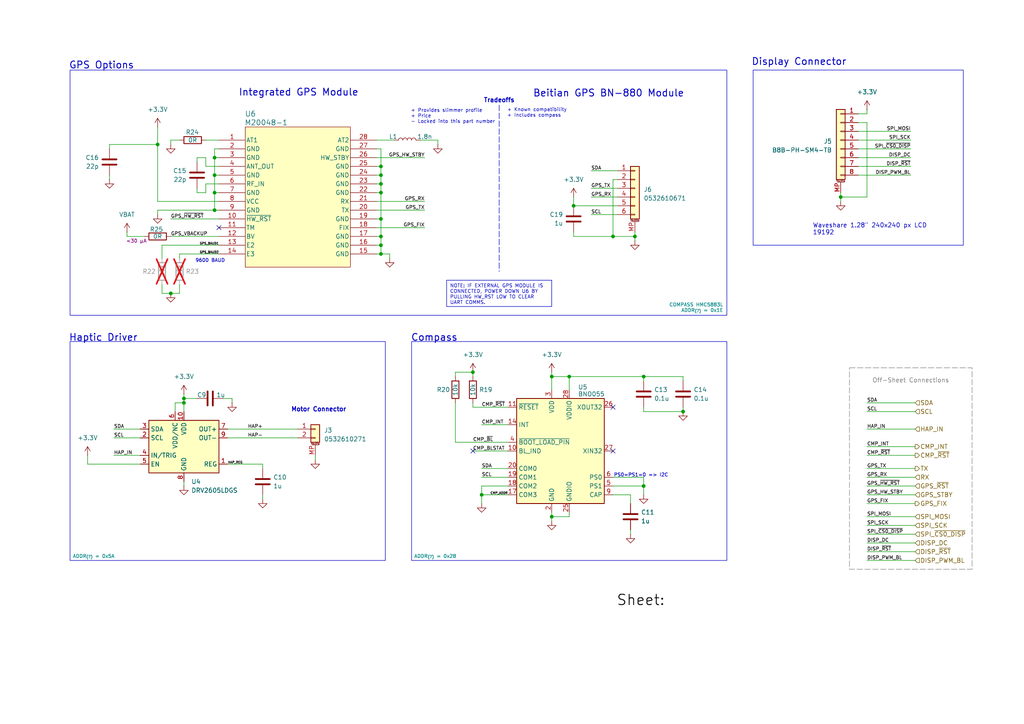
<source format=kicad_sch>
(kicad_sch (version 20250114) (generator "eeschema") (generator_version "9.0")
  (paper "A4")
  (title_block (title "${TITLE}") (date "2025-03-23") (rev "${REVISION}") (company "J. MENDEL"))
  (lib_symbols
    (symbol "2025-03-22_21-29-02:M20048-1" (pin_names (offset 0.254))
      (property "Reference" "U" (at 8.128 -38.862 0))
      (property "Value" "M20048-1" (at 13.462 -41.148 0))
      (symbol "M20048-1_0_1"
        (pin bidirectional line (at 0 0 0) (length 7.62) (name "AT1") (number "1"))
        (pin passive line (at 0 -2.54 0) (length 7.62) (name "GND") (number "2"))
        (pin passive line (at 0 -5.08 0) (length 7.62) (name "GND") (number "3"))
        (pin output line (at 0 -7.62 0) (length 7.62) (name "ANT_OUT") (number "4"))
        (pin passive line (at 0 -10.16 0) (length 7.62) (name "GND") (number "5"))
        (pin input line (at 0 -12.7 0) (length 7.62) (name "RF_IN") (number "6"))
        (pin passive line (at 0 -15.24 0) (length 7.62) (name "GND") (number "7"))
        (pin power_in line (at 0 -17.78 0) (length 7.62) (name "VCC") (number "8"))
        (pin passive line (at 0 -20.32 0) (length 7.62) (name "GND") (number "9"))
        (pin output line (at 0 -25.4 0) (length 7.62) (name "TM") (number "11"))
        (pin bidirectional line (at 0 -30.48 0) (length 7.62) (name "E2") (number "13"))
        (pin bidirectional line (at 0 -33.02 0) (length 7.62) (name "E3") (number "14"))
        (pin bidirectional line (at 45.72 0 180) (length 7.62) (name "AT2") (number "28"))
        (pin passive line (at 45.72 -2.54 180) (length 7.62) (name "GND") (number "27"))
        (pin passive line (at 45.72 -7.62 180) (length 7.62) (name "GND") (number "25"))
        (pin passive line (at 45.72 -10.16 180) (length 7.62) (name "GND") (number "24"))
        (pin passive line (at 45.72 -12.7 180) (length 7.62) (name "GND") (number "23"))
        (pin passive line (at 45.72 -15.24 180) (length 7.62) (name "GND") (number "22"))
        (pin input line (at 45.72 -17.78 180) (length 7.62) (name "RX") (number "21"))
        (pin output line (at 45.72 -20.32 180) (length 7.62) (name "TX") (number "20"))
        (pin passive line (at 45.72 -22.86 180) (length 7.62) (name "GND") (number "19"))
        (pin passive line (at 45.72 -27.94 180) (length 7.62) (name "GND") (number "17"))
        (pin passive line (at 45.72 -30.48 180) (length 7.62) (name "GND") (number "16"))
        (pin passive line (at 45.72 -33.02 180) (length 7.62) (name "GND") (number "15"))
      )
      (symbol "M20048-1_1_1"
        (rectangle (start 7.62 3.81) (end 38.1 -36.83) (fill (type color) (color 255 255 194 1)))
        (pin input line (at 0 -22.86 0) (length 7.62) (name "~{HW_RST}") (number "10"))
        (pin passive line (at 0 -27.94 0) (length 7.62) (name "BV") (number "12"))
        (pin input line (at 45.72 -5.08 180) (length 7.62) (name "HW_STBY") (number "26"))
        (pin output line (at 45.72 -25.4 180) (length 7.62) (name "FIX") (number "18"))
      )
    )
    (symbol "Connector_Generic_MountingPin:Conn_01x02_MountingPin" (pin_names (offset 1.016) (hide yes))
      (property "Reference" "J" (at 0 2.54 0))
      (property "Value" "Conn_01x02_MountingPin" (at 1.27 -5.08 0))
      (symbol "Conn_01x02_MountingPin_1_1"
        (rectangle (start -1.27 1.27) (end 1.27 -3.81) (stroke (width 0.254)) (fill (type background)))
        (rectangle (start -1.27 0.127) (end 0 -0.127) (stroke (width 0.1524)))
        (rectangle (start -1.27 -2.413) (end 0 -2.667) (stroke (width 0.1524)))
        (polyline (pts (xy -1.016 -4.572) (xy 1.016 -4.572)) (stroke (width 0.1524)))
        (text "Mounting" (at 0 -4.191 0) (effects (font (size 0.381 0.381))))
        (pin passive line (at -5.08 0 0) (length 3.81) (name "Pin_1") (number "1"))
        (pin passive line (at -5.08 -2.54 0) (length 3.81) (name "Pin_2") (number "2"))
        (pin passive line (at 0 -7.62 90) (length 3.048) (name "MountPin") (number "MP"))
      )
    )
    (symbol "Connector_Generic_MountingPin:Conn_01x06_MountingPin" (pin_names (offset 1.016) (hide yes))
      (property "Reference" "J" (at 0 7.62 0))
      (property "Value" "Conn_01x06_MountingPin" (at 1.27 -10.16 0))
      (symbol "Conn_01x06_MountingPin_1_1"
        (rectangle (start -1.27 6.35) (end 1.27 -8.89) (stroke (width 0.254)) (fill (type background)))
        (rectangle (start -1.27 5.207) (end 0 4.953) (stroke (width 0.1524)))
        (rectangle (start -1.27 2.667) (end 0 2.413) (stroke (width 0.1524)))
        (rectangle (start -1.27 0.127) (end 0 -0.127) (stroke (width 0.1524)))
        (rectangle (start -1.27 -2.413) (end 0 -2.667) (stroke (width 0.1524)))
        (rectangle (start -1.27 -4.953) (end 0 -5.207) (stroke (width 0.1524)))
        (rectangle (start -1.27 -7.493) (end 0 -7.747) (stroke (width 0.1524)))
        (polyline (pts (xy -1.016 -9.652) (xy 1.016 -9.652)) (stroke (width 0.1524)))
        (text "Mounting" (at 0 -9.271 0) (effects (font (size 0.381 0.381))))
        (pin passive line (at -5.08 5.08 0) (length 3.81) (name "Pin_1") (number "1"))
        (pin passive line (at -5.08 2.54 0) (length 3.81) (name "Pin_2") (number "2"))
        (pin passive line (at -5.08 0 0) (length 3.81) (name "Pin_3") (number "3"))
        (pin passive line (at -5.08 -2.54 0) (length 3.81) (name "Pin_4") (number "4"))
        (pin passive line (at -5.08 -5.08 0) (length 3.81) (name "Pin_5") (number "5"))
        (pin passive line (at -5.08 -7.62 0) (length 3.81) (name "Pin_6") (number "6"))
        (pin passive line (at 0 -12.7 90) (length 3.048) (name "MountPin") (number "MP"))
      )
    )
    (symbol "Connector_Generic_MountingPin:Conn_01x08_MountingPin" (pin_names (offset 1.016) (hide yes))
      (property "Reference" "J" (at 0 10.16 0))
      (property "Value" "Conn_01x08_MountingPin" (at 1.27 -12.7 0))
      (symbol "Conn_01x08_MountingPin_1_1"
        (rectangle (start -1.27 8.89) (end 1.27 -11.43) (stroke (width 0.254)) (fill (type background)))
        (rectangle (start -1.27 7.747) (end 0 7.493) (stroke (width 0.1524)))
        (rectangle (start -1.27 5.207) (end 0 4.953) (stroke (width 0.1524)))
        (rectangle (start -1.27 2.667) (end 0 2.413) (stroke (width 0.1524)))
        (rectangle (start -1.27 0.127) (end 0 -0.127) (stroke (width 0.1524)))
        (rectangle (start -1.27 -2.413) (end 0 -2.667) (stroke (width 0.1524)))
        (rectangle (start -1.27 -4.953) (end 0 -5.207) (stroke (width 0.1524)))
        (rectangle (start -1.27 -7.493) (end 0 -7.747) (stroke (width 0.1524)))
        (rectangle (start -1.27 -10.033) (end 0 -10.287) (stroke (width 0.1524)))
        (polyline (pts (xy -1.016 -12.192) (xy 1.016 -12.192)) (stroke (width 0.1524)))
        (text "Mounting" (at 0 -11.811 0) (effects (font (size 0.381 0.381))))
        (pin passive line (at -5.08 7.62 0) (length 3.81) (name "Pin_1") (number "1"))
        (pin passive line (at -5.08 5.08 0) (length 3.81) (name "Pin_2") (number "2"))
        (pin passive line (at -5.08 2.54 0) (length 3.81) (name "Pin_3") (number "3"))
        (pin passive line (at -5.08 0 0) (length 3.81) (name "Pin_4") (number "4"))
        (pin passive line (at -5.08 -2.54 0) (length 3.81) (name "Pin_5") (number "5"))
        (pin passive line (at -5.08 -5.08 0) (length 3.81) (name "Pin_6") (number "6"))
        (pin passive line (at -5.08 -7.62 0) (length 3.81) (name "Pin_7") (number "7"))
        (pin passive line (at -5.08 -10.16 0) (length 3.81) (name "Pin_8") (number "8"))
        (pin passive line (at 0 -15.24 90) (length 3.048) (name "MountPin") (number "MP"))
      )
    )
    (symbol "Device:C" (pin_numbers (hide yes)) (pin_names (offset 0.254))
      (property "Reference" "C" (at 0.635 2.54 0))
      (property "Value" "C" (at 0.635 -2.54 0))
      (symbol "C_0_1"
        (polyline (pts (xy -2.032 0.762) (xy 2.032 0.762)) (stroke (width 0.508)))
        (polyline (pts (xy -2.032 -0.762) (xy 2.032 -0.762)) (stroke (width 0.508)))
      )
      (symbol "C_1_1"
        (pin passive line (at 0 3.81 270) (length 2.794) (name "~") (number "1"))
        (pin passive line (at 0 -3.81 90) (length 2.794) (name "~") (number "2"))
      )
    )
    (symbol "Device:L" (pin_numbers (hide yes)) (pin_names (offset 1.016) (hide yes))
      (property "Reference" "L" (at -1.27 0 90))
      (property "Value" "L" (at 1.905 0 90))
      (symbol "L_0_1"
        (arc (start 0 2.54) (mid 0.6323 1.905) (end 0 1.27))
        (arc (start 0 1.27) (mid 0.6323 0.635) (end 0 0))
        (arc (start 0 0) (mid 0.6323 -0.635) (end 0 -1.27))
        (arc (start 0 -1.27) (mid 0.6323 -1.905) (end 0 -2.54))
      )
      (symbol "L_1_1"
        (pin passive line (at 0 3.81 270) (length 1.27) (name "1") (number "1"))
        (pin passive line (at 0 -3.81 90) (length 1.27) (name "2") (number "2"))
      )
    )
    (symbol "Device:R" (pin_numbers (hide yes)) (pin_names (offset 0))
      (property "Reference" "R" (at 2.032 0 90))
      (property "Value" "R" (at 0 0 90))
      (symbol "R_0_1"
        (rectangle (start -1.016 -2.54) (end 1.016 2.54) (stroke (width 0.254)))
      )
      (symbol "R_1_1"
        (pin passive line (at 0 3.81 270) (length 1.27) (name "~") (number "1"))
        (pin passive line (at 0 -3.81 90) (length 1.27) (name "~") (number "2"))
      )
    )
    (symbol "Driver_Haptic:DRV2605LDGS"
      (property "Reference" "U" (at -10.16 8.255 0))
      (property "Value" "DRV2605LDGS" (at 2.54 -8.89 0))
      (symbol "DRV2605LDGS_0_1"
        (rectangle (start -10.16 7.62) (end 10.16 -7.62) (stroke (width 0.254)) (fill (type background)))
      )
      (symbol "DRV2605LDGS_1_1"
        (pin bidirectional line (at -12.7 5.08 0) (length 2.54) (name "SDA") (number "3"))
        (pin input line (at -12.7 2.54 0) (length 2.54) (name "SCL") (number "2"))
        (pin input line (at -12.7 -2.54 0) (length 2.54) (name "IN/TRIG") (number "4"))
        (pin input line (at -12.7 -5.08 0) (length 2.54) (name "EN") (number "5"))
        (pin power_in line (at -2.54 10.16 270) (length 2.54) (name "VDD/NC") (number "6"))
        (pin power_in line (at 0 10.16 270) (length 2.54) (name "VDD") (number "10"))
        (pin power_in line (at 0 -10.16 90) (length 2.54) (name "GND") (number "8"))
        (pin output line (at 12.7 5.08 180) (length 2.54) (name "OUT+") (number "7"))
        (pin output line (at 12.7 2.54 180) (length 2.54) (name "OUT-") (number "9"))
        (pin passive line (at 12.7 -5.08 180) (length 2.54) (name "REG") (number "1"))
      )
    )
    (symbol "Sensor_Motion:BNO055"
      (property "Reference" "U" (at -11.43 16.51 0))
      (property "Value" "BNO055" (at 12.7 16.51 0))
      (symbol "BNO055_0_1"
        (rectangle (start -12.7 15.24) (end 12.7 -15.24) (stroke (width 0.254)) (fill (type background)))
      )
      (symbol "BNO055_1_1"
        (pin input line (at -15.24 12.7 0) (length 2.54) (name "~{RESET}") (number "11"))
        (pin output line (at -15.24 7.62 0) (length 2.54) (name "INT") (number "14"))
        (pin input line (at -15.24 2.54 0) (length 2.54) (name "~{BOOT_LOAD_PIN}") (number "4"))
        (pin output line (at -15.24 0 0) (length 2.54) (name "BL_IND") (number "10"))
        (pin bidirectional line (at -15.24 -5.08 0) (length 2.54) (name "COM0") (number "20"))
        (pin bidirectional line (at -15.24 -7.62 0) (length 2.54) (name "COM1") (number "19"))
        (pin passive line (at -15.24 -10.16 0) (length 2.54) (name "COM2") (number "18"))
        (pin input line (at -15.24 -12.7 0) (length 2.54) (name "COM3") (number "17"))
        (pin no_connect line (at -12.7 10.16 0) (length 2.54) (hide yes) (name "PIN1") (number "1"))
        (pin no_connect line (at -12.7 5.08 0) (length 2.54) (hide yes) (name "PIN7") (number "7"))
        (pin no_connect line (at -12.7 -2.54 0) (length 2.54) (hide yes) (name "PIN8") (number "8"))
        (pin power_in line (at -2.54 17.78 270) (length 2.54) (name "VDD") (number "3"))
        (pin power_in line (at -2.54 -17.78 90) (length 2.54) (name "GND") (number "2"))
        (pin power_in line (at 2.54 17.78 270) (length 2.54) (name "VDDIO") (number "28"))
        (pin power_in line (at 2.54 -17.78 90) (length 2.54) (name "GNDIO") (number "25"))
        (pin no_connect line (at 5.08 -15.24 90) (length 2.54) (hide yes) (name "PIN15") (number "15"))
        (pin no_connect line (at 7.62 -15.24 90) (length 2.54) (hide yes) (name "PIN16") (number "16"))
        (pin no_connect line (at 12.7 10.16 180) (length 2.54) (hide yes) (name "PIN12") (number "12"))
        (pin no_connect line (at 12.7 7.62 180) (length 2.54) (hide yes) (name "PIN13") (number "13"))
        (pin no_connect line (at 12.7 5.08 180) (length 2.54) (hide yes) (name "PIN21") (number "21"))
        (pin no_connect line (at 12.7 2.54 180) (length 2.54) (hide yes) (name "PIN22") (number "22"))
        (pin no_connect line (at 12.7 -2.54 180) (length 2.54) (hide yes) (name "PIN23") (number "23"))
        (pin no_connect line (at 12.7 -5.08 180) (length 2.54) (hide yes) (name "PIN24") (number "24"))
        (pin output line (at 15.24 12.7 180) (length 2.54) (name "XOUT32") (number "26"))
        (pin input line (at 15.24 0 180) (length 2.54) (name "XIN32") (number "27"))
        (pin input line (at 15.24 -7.62 180) (length 2.54) (name "PS0") (number "6"))
        (pin input line (at 15.24 -10.16 180) (length 2.54) (name "PS1") (number "5"))
        (pin passive line (at 15.24 -12.7 180) (length 2.54) (name "CAP") (number "9"))
      )
    )
    (symbol "power:+3.3V" (power) (pin_numbers (hide yes)) (pin_names (offset 0) (hide yes))
      (property "Value" "+3.3V" (at 0 3.556 0))
      (symbol "+3.3V_0_1"
        (polyline (pts (xy -0.762 1.27) (xy 0 2.54)))
        (polyline (pts (xy 0 2.54) (xy 0.762 1.27)))
        (polyline (pts (xy 0 0) (xy 0 2.54)))
      )
      (symbol "+3.3V_1_1"
        (pin power_in line (at 0 0 90) (length 0) (name "~") (number "1"))
      )
    )
    (symbol "power:GND" (power) (pin_numbers (hide yes)) (pin_names (offset 0) (hide yes))
      (property "Value" "GND" (at 0 -3.81 0))
      (symbol "GND_0_1"
        (polyline (pts (xy 0 0) (xy 0 -1.27) (xy 1.27 -1.27) (xy 0 -2.54) (xy -1.27 -1.27) (xy 0 -1.27)))
      )
      (symbol "GND_1_1"
        (pin power_in line (at 0 0 270) (length 0) (name "~") (number "1"))
      )
    )
    (symbol "power:VBUS" (power) (pin_numbers (hide yes)) (pin_names (offset 0) (hide yes))
      (property "Value" "VBUS" (at 0 3.556 0))
      (symbol "VBUS_0_1"
        (polyline (pts (xy -0.762 1.27) (xy 0 2.54)))
        (polyline (pts (xy 0 2.54) (xy 0.762 1.27)))
        (polyline (pts (xy 0 0) (xy 0 2.54)))
      )
      (symbol "VBUS_1_1"
        (pin power_in line (at 0 0 90) (length 0) (name "~") (number "1"))
      )
    )
  )
  (rectangle (start 20.32 20.32) (end 210.82 91.44))
  (rectangle (start 119.38 99.06) (end 210.82 162.56))
  (rectangle (start 218.44 20.32) (end 279.4 71.12))
  (rectangle (start 20.32 99.06) (end 111.76 162.56))
  (rectangle (start 246.38 106.68) (end 281.94 165.1) (stroke (width 0) (type dash) (color 132 132 132 1)))
  (text "ADDR_{(7)} = 0x5A" (at 27.178 161.544 0) (effects (font (size 1 1) (thickness 0.1588))))
  (text "+ Known compatibility\n+ Includes compass" (at 147.066 32.766 0) (effects (font (size 1 1) (thickness 0.125)) (justify left)))
  (text "9600 BAUD" (at 60.96 75.692 0) (effects (font (size 1 1))))
  (text "ADDR_{(7)} = 0x28" (at 126.238 161.544 0) (effects (font (size 1 1) (thickness 0.1588))))
  (text "Off-Sheet Connections" (at 264.16 110.49 0) (effects (font (size 1.27 1.27) (thickness 0.1588))))
  (text "Waveshare 1.28\" 240x240 px LCD\n19192" (at 235.712 66.548 0) (effects (font (size 1.27 1.27)) (justify left)))
  (text "Motor Connector" (at 92.456 118.872 0) (effects (font (size 1.27 1.27) (thickness 0.254) (bold yes))))
  (text "Compass" (at 125.984 98.044 0) (effects (font (size 2 2) (thickness 0.254) (bold yes))))
  (text "Beitian GPS BN-880 Module" (at 176.53 27.178 0) (effects (font (size 2 2) (thickness 0.254) (bold yes))))
  (text "COMPASS HMC5883L\nADDR_{(7)} = 0x1E" (at 209.804 89.408 0) (effects (font (size 1 1) (thickness 0.1588)) (justify right)))
  (text "GPS Options" (at 29.464 19.05 0) (effects (font (size 2 2) (thickness 0.254) (bold yes))))
  (text "<30 μA" (at 36.576 70.104 0) (effects (font (size 1 1)) (justify left)))
  (text "PS0=PS1=0 => I2C" (at 185.928 137.922 0) (effects (font (size 1 1) (thickness 0.1588))))
  (text "Haptic Driver" (at 29.972 98.044 0) (effects (font (size 2 2) (thickness 0.254) (bold yes))))
  (text "Integrated GPS Module" (at 86.614 26.924 0) (effects (font (size 2 2) (thickness 0.254) (bold yes))))
  (text "Display Connector" (at 217.932 18.034 0) (effects (font (size 2 2) (thickness 0.254) (bold yes)) (justify left)))
  (text "Tradeoffs" (at 144.78 29.21 0) (effects (font (size 1.27 1.27) (thickness 0.254) (bold yes))))
  (text "+ Provides slimmer profile\n+ Price\n- Locked into this part number" (at 119.126 33.782 0) (effects (font (size 1 1) (thickness 0.125)) (justify left)))
  (text_box "NOTE: IF EXTERNAL GPS MODULE IS CONNECTED, POWER DOWN U6 BY PULLING HW_RST LOW TO CLEAR UART COMMS." (at 129.54 81.28 0) (size 30.48 7.62) (margins 0.9525 0.9525 0.9525 0.9525) (effects (font (size 1 1) (thickness 0.125)) (justify left top)))
  (text_box "Sheet: ${SHEETNAME}" (at 177.8 167.64 0) (size 106.68 12.7) (margins 0.9525 0.9525 0.9525 0.9525) (stroke (width -0.0001)) (effects (font (size 3 3) (thickness 0.254) (bold yes)) (justify left)))
  (junction (at 137.16 107.95))
  (junction (at 53.34 115.57))
  (junction (at 139.7 143.51))
  (junction (at 110.49 50.8))
  (junction (at 110.49 53.34))
  (junction (at 160.02 109.22))
  (junction (at 53.34 116.84))
  (junction (at 198.12 119.38))
  (junction (at 110.49 68.58))
  (junction (at 186.69 140.97))
  (junction (at 62.23 60.96))
  (junction (at 110.49 71.12))
  (junction (at 110.49 48.26))
  (junction (at 62.23 45.72))
  (junction (at 166.37 59.69))
  (junction (at 62.23 50.8))
  (junction (at 165.1 109.22))
  (junction (at 177.8 68.58))
  (junction (at 62.23 55.88))
  (junction (at 160.02 149.86))
  (junction (at 49.53 85.09))
  (junction (at 110.49 55.88))
  (junction (at 45.72 41.91))
  (junction (at 110.49 73.66))
  (junction (at 186.69 109.22))
  (junction (at 184.15 68.58))
  (junction (at 243.84 57.15))
  (junction (at 110.49 63.5))
  (no_connect (at 137.16 130.81))
  (no_connect (at 63.5 66.04))
  (no_connect (at 177.8 130.81))
  (no_connect (at 177.8 118.11))
  (wire (pts (xy 66.04 124.46) (xy 86.36 124.46)))
  (wire (pts (xy 63.5 48.26) (xy 59.69 48.26)))
  (wire (pts (xy 248.92 50.8) (xy 264.16 50.8)))
  (wire (pts (xy 59.69 40.64) (xy 63.5 40.64)))
  (wire (pts (xy 248.92 40.64) (xy 264.16 40.64)))
  (wire (pts (xy 248.92 38.1) (xy 264.16 38.1)))
  (wire (pts (xy 265.43 160.02) (xy 251.46 160.02)))
  (wire (pts (xy 109.22 43.18) (xy 110.49 43.18)))
  (wire (pts (xy 66.04 127) (xy 86.36 127)))
  (wire (pts (xy 123.19 58.42) (xy 109.22 58.42)))
  (wire (pts (xy 177.8 138.43) (xy 186.69 138.43)))
  (wire (pts (xy 251.46 143.51) (xy 265.43 143.51)))
  (wire (pts (xy 177.8 140.97) (xy 186.69 140.97)))
  (wire (pts (xy 110.49 50.8) (xy 110.49 53.34)))
  (wire (pts (xy 251.46 135.89) (xy 265.43 135.89)))
  (wire (pts (xy 25.4 134.62) (xy 40.64 134.62)))
  (wire (pts (xy 45.72 60.96) (xy 62.23 60.96)))
  (wire (pts (xy 59.69 55.88) (xy 59.69 53.34)))
  (wire (pts (xy 171.45 49.53) (xy 179.07 49.53)))
  (wire (pts (xy 53.34 114.3) (xy 53.34 115.57)))
  (wire (pts (xy 166.37 67.31) (xy 166.37 68.58)))
  (wire (pts (xy 109.22 48.26) (xy 110.49 48.26)))
  (wire (pts (xy 139.7 138.43) (xy 147.32 138.43)))
  (wire (pts (xy 139.7 123.19) (xy 147.32 123.19)))
  (wire (pts (xy 265.43 154.94) (xy 251.46 154.94)))
  (wire (pts (xy 171.45 57.15) (xy 179.07 57.15)))
  (wire (pts (xy 123.19 66.04) (xy 109.22 66.04)))
  (wire (pts (xy 33.02 132.08) (xy 40.64 132.08)))
  (wire (pts (xy 67.31 115.57) (xy 67.31 116.84)))
  (wire (pts (xy 171.45 62.23) (xy 179.07 62.23)))
  (wire (pts (xy 52.07 40.64) (xy 49.53 40.64)))
  (wire (pts (xy 57.15 45.72) (xy 57.15 46.99)))
  (wire (pts (xy 110.49 68.58) (xy 110.49 71.12)))
  (wire (pts (xy 36.83 67.31) (xy 36.83 68.58)))
  (wire (pts (xy 110.49 71.12) (xy 109.22 71.12)))
  (wire (pts (xy 265.43 162.56) (xy 251.46 162.56)))
  (wire (pts (xy 110.49 55.88) (xy 110.49 63.5)))
  (wire (pts (xy 248.92 48.26) (xy 264.16 48.26)))
  (wire (pts (xy 127 40.64) (xy 127 41.91)))
  (wire (pts (xy 198.12 109.22) (xy 198.12 110.49)))
  (wire (pts (xy 63.5 63.5) (xy 49.53 63.5)))
  (wire (pts (xy 62.23 50.8) (xy 63.5 50.8)))
  (wire (pts (xy 110.49 73.66) (xy 113.03 73.66)))
  (wire (pts (xy 165.1 149.86) (xy 160.02 149.86)))
  (wire (pts (xy 139.7 143.51) (xy 139.7 146.05)))
  (wire (pts (xy 63.5 60.96) (xy 62.23 60.96)))
  (wire (pts (xy 41.91 68.58) (xy 36.83 68.58)))
  (wire (pts (xy 251.46 57.15) (xy 243.84 57.15)))
  (wire (pts (xy 31.75 50.8) (xy 31.75 52.07)))
  (wire (pts (xy 110.49 48.26) (xy 110.49 50.8)))
  (wire (pts (xy 59.69 48.26) (xy 59.69 45.72)))
  (wire (pts (xy 182.88 143.51) (xy 182.88 146.05)))
  (wire (pts (xy 33.02 127) (xy 40.64 127)))
  (wire (pts (xy 248.92 35.56) (xy 251.46 35.56)))
  (wire (pts (xy 251.46 138.43) (xy 265.43 138.43)))
  (wire (pts (xy 25.4 132.08) (xy 25.4 134.62)))
  (wire (pts (xy 182.88 153.67) (xy 182.88 154.94)))
  (wire (pts (xy 123.19 45.72) (xy 109.22 45.72)))
  (wire (pts (xy 109.22 63.5) (xy 110.49 63.5)))
  (wire (pts (xy 76.2 143.51) (xy 76.2 144.78)))
  (wire (pts (xy 251.46 129.54) (xy 265.43 129.54)))
  (wire (pts (xy 198.12 119.38) (xy 198.12 118.11)))
  (wire (pts (xy 46.99 82.55) (xy 46.99 85.09)))
  (wire (pts (xy 59.69 45.72) (xy 57.15 45.72)))
  (wire (pts (xy 62.23 45.72) (xy 62.23 43.18)))
  (wire (pts (xy 265.43 152.4) (xy 251.46 152.4)))
  (wire (pts (xy 110.49 55.88) (xy 109.22 55.88)))
  (wire (pts (xy 33.02 124.46) (xy 40.64 124.46)))
  (wire (pts (xy 184.15 67.31) (xy 184.15 68.58)))
  (wire (pts (xy 186.69 110.49) (xy 186.69 109.22)))
  (wire (pts (xy 121.92 40.64) (xy 127 40.64)))
  (wire (pts (xy 165.1 109.22) (xy 186.69 109.22)))
  (wire (pts (xy 132.08 128.27) (xy 147.32 128.27)))
  (wire (pts (xy 147.32 140.97) (xy 139.7 140.97)))
  (wire (pts (xy 251.46 132.08) (xy 265.43 132.08)))
  (wire (pts (xy 160.02 109.22) (xy 165.1 109.22)))
  (wire (pts (xy 123.19 60.96) (xy 109.22 60.96)))
  (wire (pts (xy 147.32 143.51) (xy 139.7 143.51)))
  (wire (pts (xy 31.75 41.91) (xy 31.75 43.18)))
  (wire (pts (xy 45.72 41.91) (xy 45.72 58.42)))
  (wire (pts (xy 139.7 140.97) (xy 139.7 143.51)))
  (wire (pts (xy 52.07 73.66) (xy 63.5 73.66)))
  (wire (pts (xy 179.07 59.69) (xy 166.37 59.69)))
  (wire (pts (xy 243.84 58.42) (xy 243.84 57.15)))
  (wire (pts (xy 186.69 119.38) (xy 186.69 118.11)))
  (wire (pts (xy 46.99 71.12) (xy 46.99 74.93)))
  (wire (pts (xy 251.46 124.46) (xy 265.43 124.46)))
  (wire (pts (xy 137.16 116.84) (xy 137.16 118.11)))
  (wire (pts (xy 186.69 138.43) (xy 186.69 140.97)))
  (wire (pts (xy 113.03 73.66) (xy 113.03 74.93)))
  (wire (pts (xy 49.53 68.58) (xy 63.5 68.58)))
  (wire (pts (xy 52.07 85.09) (xy 52.07 82.55)))
  (wire (pts (xy 265.43 149.86) (xy 251.46 149.86)))
  (wire (pts (xy 160.02 149.86) (xy 160.02 151.13)))
  (wire (pts (xy 109.22 68.58) (xy 110.49 68.58)))
  (wire (pts (xy 186.69 109.22) (xy 198.12 109.22)))
  (wire (pts (xy 132.08 107.95) (xy 137.16 107.95)))
  (wire (pts (xy 62.23 43.18) (xy 63.5 43.18)))
  (wire (pts (xy 251.46 31.75) (xy 251.46 33.02)))
  (wire (pts (xy 165.1 148.59) (xy 165.1 149.86)))
  (wire (pts (xy 49.53 85.09) (xy 52.07 85.09)))
  (wire (pts (xy 109.22 53.34) (xy 110.49 53.34)))
  (wire (pts (xy 52.07 73.66) (xy 52.07 74.93)))
  (wire (pts (xy 186.69 119.38) (xy 198.12 119.38)))
  (wire (pts (xy 184.15 68.58) (xy 184.15 69.85)))
  (wire (pts (xy 177.8 143.51) (xy 182.88 143.51)))
  (wire (pts (xy 66.04 134.62) (xy 76.2 134.62)))
  (wire (pts (xy 45.72 36.83) (xy 45.72 41.91)))
  (wire (pts (xy 184.15 68.58) (xy 177.8 68.58)))
  (wire (pts (xy 110.49 53.34) (xy 110.49 55.88)))
  (wire (pts (xy 177.8 52.07) (xy 179.07 52.07)))
  (wire (pts (xy 50.8 116.84) (xy 50.8 119.38)))
  (wire (pts (xy 76.2 134.62) (xy 76.2 135.89)))
  (wire (pts (xy 251.46 116.84) (xy 265.43 116.84)))
  (wire (pts (xy 251.46 35.56) (xy 251.46 57.15)))
  (wire (pts (xy 53.34 139.7) (xy 53.34 140.97)))
  (wire (pts (xy 63.5 58.42) (xy 45.72 58.42)))
  (wire (pts (xy 137.16 109.22) (xy 137.16 107.95)))
  (wire (pts (xy 248.92 43.18) (xy 264.16 43.18)))
  (wire (pts (xy 109.22 40.64) (xy 114.3 40.64)))
  (wire (pts (xy 186.69 140.97) (xy 186.69 143.51)))
  (wire (pts (xy 62.23 45.72) (xy 63.5 45.72)))
  (wire (pts (xy 62.23 55.88) (xy 62.23 60.96)))
  (wire (pts (xy 248.92 33.02) (xy 251.46 33.02)))
  (wire (pts (xy 53.34 115.57) (xy 57.15 115.57)))
  (wire (pts (xy 110.49 43.18) (xy 110.49 48.26)))
  (wire (pts (xy 64.77 115.57) (xy 67.31 115.57)))
  (wire (pts (xy 160.02 107.95) (xy 160.02 109.22)))
  (wire (pts (xy 171.45 54.61) (xy 179.07 54.61)))
  (wire (pts (xy 62.23 55.88) (xy 63.5 55.88)))
  (polyline (pts (xy 144.78 30.48) (xy 144.78 78.74)) (stroke (width 0) (type dash)))
  (wire (pts (xy 251.46 140.97) (xy 265.43 140.97)))
  (wire (pts (xy 53.34 115.57) (xy 53.34 116.84)))
  (wire (pts (xy 165.1 113.03) (xy 165.1 109.22)))
  (wire (pts (xy 62.23 55.88) (xy 62.23 50.8)))
  (wire (pts (xy 109.22 50.8) (xy 110.49 50.8)))
  (wire (pts (xy 59.69 53.34) (xy 63.5 53.34)))
  (wire (pts (xy 265.43 157.48) (xy 251.46 157.48)))
  (wire (pts (xy 49.53 40.64) (xy 49.53 41.91)))
  (wire (pts (xy 57.15 54.61) (xy 57.15 55.88)))
  (wire (pts (xy 137.16 130.81) (xy 147.32 130.81)))
  (wire (pts (xy 53.34 116.84) (xy 50.8 116.84)))
  (wire (pts (xy 177.8 68.58) (xy 177.8 52.07)))
  (wire (pts (xy 110.49 63.5) (xy 110.49 68.58)))
  (wire (pts (xy 251.46 146.05) (xy 265.43 146.05)))
  (wire (pts (xy 248.92 45.72) (xy 264.16 45.72)))
  (wire (pts (xy 31.75 41.91) (xy 45.72 41.91)))
  (wire (pts (xy 166.37 68.58) (xy 177.8 68.58)))
  (wire (pts (xy 53.34 119.38) (xy 53.34 116.84)))
  (wire (pts (xy 160.02 109.22) (xy 160.02 113.03)))
  (wire (pts (xy 132.08 109.22) (xy 132.08 107.95)))
  (wire (pts (xy 57.15 55.88) (xy 59.69 55.88)))
  (wire (pts (xy 160.02 148.59) (xy 160.02 149.86)))
  (wire (pts (xy 46.99 85.09) (xy 49.53 85.09)))
  (wire (pts (xy 137.16 118.11) (xy 147.32 118.11)))
  (wire (pts (xy 46.99 71.12) (xy 63.5 71.12)))
  (wire (pts (xy 110.49 71.12) (xy 110.49 73.66)))
  (wire (pts (xy 243.84 57.15) (xy 243.84 55.88)))
  (wire (pts (xy 251.46 119.38) (xy 265.43 119.38)))
  (wire (pts (xy 62.23 50.8) (xy 62.23 45.72)))
  (wire (pts (xy 166.37 57.15) (xy 166.37 59.69)))
  (wire (pts (xy 139.7 135.89) (xy 147.32 135.89)))
  (wire (pts (xy 109.22 73.66) (xy 110.49 73.66)))
  (wire (pts (xy 132.08 116.84) (xy 132.08 128.27)))
  (wire (pts (xy 91.44 132.08) (xy 91.44 133.35)))
  (wire (pts (xy 45.72 60.96) (xy 45.72 62.23)))
  (label "SPI_~{CS0_DISP}" (at 251.46 154.94 0) (effects (font (size 1 1))))
  (label "GPS_TX" (at 251.46 135.89 0) (effects (font (size 1 1))))
  (label "SPI_SCK" (at 264.16 40.64 180) (effects (font (size 1 1))))
  (label "SPI_~{CS0_DISP}" (at 264.16 43.18 180) (effects (font (size 1 1))))
  (label "CMP_~{RST}" (at 139.7 118.11 0) (effects (font (size 1 1))))
  (label "CMP_~{RST}" (at 251.46 132.08 0) (effects (font (size 1 1))))
  (label "CMP_ADDR" (at 147.32 143.51 180) (effects (font (size 0.635 0.635))))
  (label "DISP_DC" (at 251.46 157.48 0) (effects (font (size 1 1))))
  (label "HAP_REG" (at 66.04 134.62 0) (effects (font (size 0.635 0.635))))
  (label "SDA" (at 33.02 124.46 0) (effects (font (size 1 1))))
  (label "GPS_RX" (at 171.45 57.15 0) (effects (font (size 1 1))))
  (label "SDA" (at 171.45 49.53 0) (effects (font (size 1 1))))
  (label "CMP_~{BL}" (at 137.16 128.27 0) (effects (font (size 1 1))))
  (label "SCL" (at 33.02 127 0) (effects (font (size 1 1))))
  (label "SPI_SCK" (at 251.46 152.4 0) (effects (font (size 1 1))))
  (label "SCL" (at 139.7 138.43 0) (effects (font (size 1 1))))
  (label "CMP_INT" (at 251.46 129.54 0) (effects (font (size 1 1))))
  (label "DISP_~{RST}" (at 251.46 160.02 0) (effects (font (size 1 1))))
  (label "GPS_BAUD1" (at 63.5 71.12 180) (effects (font (size 0.635 0.635))))
  (label "HAP+" (at 76.2 124.46 180) (effects (font (size 1 1))))
  (label "GPS_RX" (at 251.46 138.43 0) (effects (font (size 1 1))))
  (label "SDA" (at 139.7 135.89 0) (effects (font (size 1 1))))
  (label "GPS_HW_STBY" (at 123.19 45.72 180) (effects (font (size 1 1))))
  (label "SCL" (at 251.46 119.38 0) (effects (font (size 1 1))))
  (label "GPS_HW_STBY" (at 251.46 143.51 0) (effects (font (size 1 1))))
  (label "HAP_IN" (at 251.46 124.46 0) (effects (font (size 1 1))))
  (label "CMP_INT" (at 139.7 123.19 0) (effects (font (size 1 1))))
  (label "DISP_~{RST}" (at 264.16 48.26 180) (effects (font (size 1 1))))
  (label "HAP-" (at 76.2 127 180) (effects (font (size 1 1))))
  (label "GPS_VBACKUP" (at 49.53 68.58 0) (effects (font (size 1 1))))
  (label "GPS_~{HW_RST}" (at 49.53 63.5 0) (effects (font (size 1 1))))
  (label "GPS_RX" (at 123.19 58.42 180) (effects (font (size 1 1))))
  (label "GPS_TX" (at 123.19 60.96 180) (effects (font (size 1 1))))
  (label "GPS_FIX" (at 251.46 146.05 0) (effects (font (size 1 1))))
  (label "DISP_DC" (at 264.16 45.72 180) (effects (font (size 1 1))))
  (label "DISP_PWM_BL" (at 264.16 50.8 180) (effects (font (size 1 1))))
  (label "SDA" (at 251.46 116.84 0) (effects (font (size 1 1))))
  (label "SPI_MOSI" (at 264.16 38.1 180) (effects (font (size 1 1))))
  (label "GPS_BAUD2" (at 63.5 73.66 180) (effects (font (size 0.635 0.635))))
  (label "SCL" (at 171.45 62.23 0) (effects (font (size 1 1))))
  (label "CMP_BLSTAT" (at 137.16 130.81 0) (effects (font (size 1 1))))
  (label "SPI_MOSI" (at 251.46 149.86 0) (effects (font (size 1 1))))
  (label "GPS_FIX" (at 123.19 66.04 180) (effects (font (size 1 1))))
  (label "GPS_TX" (at 171.45 54.61 0) (effects (font (size 1 1))))
  (label "GPS_~{HW_RST}" (at 251.46 140.97 0) (effects (font (size 1 1))))
  (label "HAP_IN" (at 33.02 132.08 0) (effects (font (size 1 1))))
  (label "DISP_PWM_BL" (at 251.46 162.56 0) (effects (font (size 1 1))))
  (hierarchical_label "DISP_~{RST}" (shape input) (at 265.43 160.02 0))
  (hierarchical_label "TX" (shape output) (at 265.43 135.89 0))
  (hierarchical_label "HAP_IN" (shape input) (at 265.43 124.46 0))
  (hierarchical_label "SPI_~{CS0_DISP}" (shape input) (at 265.43 154.94 0))
  (hierarchical_label "CMP_~{RST}" (shape output) (at 265.43 132.08 0))
  (hierarchical_label "GPS_STBY" (shape input) (at 265.43 143.51 0))
  (hierarchical_label "GPS_FIX" (shape output) (at 265.43 146.05 0))
  (hierarchical_label "CMP_INT" (shape output) (at 265.43 129.54 0))
  (hierarchical_label "RX" (shape input) (at 265.43 138.43 0))
  (hierarchical_label "GPS_~{RST}" (shape input) (at 265.43 140.97 0))
  (hierarchical_label "SDA" (shape input) (at 265.43 116.84 0))
  (hierarchical_label "SPI_SCK" (shape input) (at 265.43 152.4 0))
  (hierarchical_label "DISP_DC" (shape input) (at 265.43 157.48 0))
  (hierarchical_label "DISP_PWM_BL" (shape input) (at 265.43 162.56 0))
  (hierarchical_label "SCL" (shape input) (at 265.43 119.38 0))
  (hierarchical_label "SPI_MOSI" (shape input) (at 265.43 149.86 0))
  (symbol (lib_id "power:GND") (at 186.69 143.51 0) (unit 1)
    (property "Reference" "#PWR051" (effects (hide yes)))
    (property "Value" "GND" (effects (hide yes)))
    (property "Description" "Power symbol creates a global label with name \"GND\" , ground" (effects (hide yes)))
  )
  (symbol (lib_id "power:GND") (at 160.02 151.13 0) (unit 1)
    (property "Reference" "#PWR048" (effects (hide yes)))
    (property "Value" "GND" (effects (hide yes)))
    (property "Description" "Power symbol creates a global label with name \"GND\" , ground" (effects (hide yes)))
  )
  (symbol (lib_id "Device:C") (at 60.96 115.57 90) (mirror x) (unit 1)
    (property "Reference" "C9" (at 57.15 114.554 90) (effects (justify right)))
    (property "Value" "1u" (at 62.738 114.554 90) (effects (justify right)))
    (property "Footprint" "Capacitor_SMD:C_0603_1608Metric" (effects (hide yes)))
    (property "Description" "Unpolarized capacitor" (effects (hide yes)))
  )
  (symbol (lib_id "Device:R") (at 52.07 78.74 0) (mirror y) (unit 1) (dnp yes)
    (property "Reference" "R23" (at 53.848 78.74 0) (effects (justify right)))
    (property "Value" "10k" (at 52.07 78.486 90))
    (property "Footprint" "Resistor_SMD:R_0603_1608Metric" (effects (hide yes)))
    (property "Description" "Resistor" (effects (hide yes)))
  )
  (symbol (lib_id "power:GND") (at 53.34 140.97 0) (unit 1)
    (property "Reference" "#PWR038" (effects (hide yes)))
    (property "Value" "GND" (effects (hide yes)))
    (property "Description" "Power symbol creates a global label with name \"GND\" , ground" (effects (hide yes)))
  )
  (symbol (lib_id "Connector_Generic_MountingPin:Conn_01x06_MountingPin") (at 184.15 54.61 0) (unit 1)
    (property "Reference" "J6" (at 186.69 54.9655 0) (effects (justify left)))
    (property "Value" "0532610671" (at 186.69 57.5055 0) (effects (justify left)))
    (property "Footprint" "Connector_Molex:Molex_PicoBlade_53261-0671_1x06-1MP_P1.25mm_Horizontal" (effects (hide yes)))
    (property "Description" "Generic connectable mounting pin connector, single row, 01x06, script generated (kicad-library-utils/schlib/autogen/connector/)" (effects (hide yes)))
  )
  (symbol (lib_id "Device:C") (at 182.88 149.86 0) (mirror y) (unit 1)
    (property "Reference" "C11" (at 185.928 148.59 0) (effects (justify right)))
    (property "Value" "1u" (at 185.928 151.13 0) (effects (justify right)))
    (property "Footprint" "Capacitor_SMD:C_0603_1608Metric" (effects (hide yes)))
    (property "Description" "Unpolarized capacitor" (effects (hide yes)))
  )
  (symbol (lib_id "power:GND") (at 243.84 58.42 0) (mirror y) (unit 1)
    (property "Reference" "#PWR044" (effects (hide yes)))
    (property "Value" "GND" (effects (hide yes)))
    (property "Description" "Power symbol creates a global label with name \"GND\" , ground" (effects (hide yes)))
  )
  (symbol (lib_id "power:+3.3V") (at 160.02 107.95 0) (unit 1)
    (property "Reference" "#PWR046" (effects (hide yes)))
    (property "Value" "+3.3V" (at 160.02 102.87 0))
    (property "Description" "Power symbol creates a global label with name \"+3.3V\"" (effects (hide yes)))
  )
  (symbol (lib_id "Device:R") (at 137.16 113.03 0) (mirror y) (unit 1)
    (property "Reference" "R19" (at 138.938 113.03 0) (effects (justify right)))
    (property "Value" "10k" (at 137.16 113.03 90))
    (property "Footprint" "Resistor_SMD:R_0603_1608Metric" (effects (hide yes)))
    (property "Description" "Resistor" (effects (hide yes)))
  )
  (symbol (lib_id "power:GND") (at 49.53 41.91 0) (unit 1)
    (property "Reference" "#PWR072" (effects (hide yes)))
    (property "Value" "GND" (effects (hide yes)))
    (property "Description" "Power symbol creates a global label with name \"GND\" , ground" (effects (hide yes)))
  )
  (symbol (lib_id "power:GND") (at 139.7 146.05 0) (unit 1)
    (property "Reference" "#PWR049" (effects (hide yes)))
    (property "Value" "GND" (effects (hide yes)))
    (property "Description" "Power symbol creates a global label with name \"GND\" , ground" (effects (hide yes)))
  )
  (symbol (lib_id "Device:C") (at 186.69 114.3 0) (mirror y) (unit 1)
    (property "Reference" "C13" (at 189.738 113.03 0) (effects (justify right)))
    (property "Value" "0.1u" (at 189.738 115.57 0) (effects (justify right)))
    (property "Footprint" "Capacitor_SMD:C_0603_1608Metric" (effects (hide yes)))
    (property "Description" "Unpolarized capacitor" (effects (hide yes)))
  )
  (symbol (lib_id "power:GND") (at 113.03 74.93 0) (unit 1)
    (property "Reference" "#PWR068" (effects (hide yes)))
    (property "Value" "GND" (effects (hide yes)))
    (property "Description" "Power symbol creates a global label with name \"GND\" , ground" (effects (hide yes)))
  )
  (symbol (lib_id "Device:R") (at 46.99 78.74 0) (unit 1) (dnp yes)
    (property "Reference" "R22" (at 45.212 78.74 0) (effects (justify right)))
    (property "Value" "10k" (at 46.99 78.486 90))
    (property "Footprint" "Resistor_SMD:R_0603_1608Metric" (effects (hide yes)))
    (property "Description" "Resistor" (effects (hide yes)))
  )
  (symbol (lib_id "Device:C") (at 57.15 50.8 0) (unit 1)
    (property "Reference" "C15" (at 54.102 49.53 0) (effects (justify right)))
    (property "Value" "22p" (at 54.102 52.07 0) (effects (justify right)))
    (property "Footprint" "Capacitor_SMD:C_0603_1608Metric" (effects (hide yes)))
    (property "Description" "Unpolarized capacitor" (effects (hide yes)))
  )
  (symbol (lib_id "Device:C") (at 76.2 139.7 0) (mirror y) (unit 1)
    (property "Reference" "C10" (at 79.248 138.43 0) (effects (justify right)))
    (property "Value" "1u" (at 79.248 140.97 0) (effects (justify right)))
    (property "Footprint" "Capacitor_SMD:C_0603_1608Metric" (effects (hide yes)))
    (property "Description" "Unpolarized capacitor" (effects (hide yes)))
  )
  (symbol (lib_id "2025-03-22_21-29-02:M20048-1") (at 63.5 40.64 0) (unit 1)
    (property "Reference" "U6" (at 72.644 33.02 0) (effects (font (size 1.524 1.524))))
    (property "Value" "M20048-1" (at 77.216 35.56 0) (effects (font (size 1.524 1.524))))
    (property "Footprint" "M20048-1:QFN28_M20048-1_ANT" (effects (hide yes)))
    (property "Datasheet" "https://www.antenova.com/wp-content/uploads/2022/05/M20048-1-PS-2.02.pdf?utm_referrer=https%3A%2F%2Fwww.antenova.com%2F" (effects (hide yes)))
    (property "Description" "RF RCVR GPS 1.575GHZ MODULE" (effects (hide yes)))
    (property "MPN" "M20048-1" (effects (hide yes)))
  )
  (symbol (lib_id "power:GND") (at 182.88 154.94 0) (unit 1)
    (property "Reference" "#PWR047" (effects (hide yes)))
    (property "Value" "GND" (effects (hide yes)))
    (property "Description" "Power symbol creates a global label with name \"GND\" , ground" (effects (hide yes)))
  )
  (symbol (lib_id "power:GND") (at 67.31 116.84 0) (unit 1)
    (property "Reference" "#PWR039" (effects (hide yes)))
    (property "Value" "GND" (effects (hide yes)))
    (property "Description" "Power symbol creates a global label with name \"GND\" , ground" (effects (hide yes)))
  )
  (symbol (lib_id "Device:R") (at 45.72 68.58 90) (mirror x) (unit 1)
    (property "Reference" "R25" (at 43.434 66.548 90) (effects (justify right)))
    (property "Value" "0R" (at 45.72 68.58 90))
    (property "Footprint" "Resistor_SMD:R_0402_1005Metric" (effects (hide yes)))
    (property "Description" "Resistor" (effects (hide yes)))
  )
  (symbol (lib_id "power:GND") (at 45.72 62.23 0) (unit 1)
    (property "Reference" "#PWR069" (effects (hide yes)))
    (property "Value" "GND" (effects (hide yes)))
    (property "Description" "Power symbol creates a global label with name \"GND\" , ground" (effects (hide yes)))
  )
  (symbol (lib_id "Device:R") (at 55.88 40.64 90) (mirror x) (unit 1)
    (property "Reference" "R24" (at 53.848 38.354 90) (effects (justify right)))
    (property "Value" "0R" (at 55.88 40.64 90))
    (property "Footprint" "Resistor_SMD:R_0402_1005Metric" (effects (hide yes)))
    (property "Description" "Resistor" (effects (hide yes)))
  )
  (symbol (lib_id "Sensor_Motion:BNO055") (at 162.56 130.81 0) (unit 1)
    (property "Reference" "U5" (at 167.64 112.268 0) (effects (justify left)))
    (property "Value" "BNO055" (at 167.64 114.3 0) (effects (justify left)))
    (property "Footprint" "Package_LGA:LGA-28_5.2x3.8mm_P0.5mm" (effects (hide yes)))
    (property "Datasheet" "https://www.bosch-sensortec.com/media/boschsensortec/downloads/datasheets/bst-bno055-ds000.pdf" (effects (hide yes)))
    (property "Description" "Intelligent 9-axis absolute orientation sensor, LGA-28" (effects (hide yes)))
  )
  (symbol (lib_id "power:GND") (at 91.44 133.35 0) (unit 1)
    (property "Reference" "#PWR042" (effects (hide yes)))
    (property "Value" "GND" (effects (hide yes)))
    (property "Description" "Power symbol creates a global label with name \"GND\" , ground" (effects (hide yes)))
  )
  (symbol (lib_id "Device:L") (at 118.11 40.64 90) (unit 1)
    (property "Reference" "L1" (at 114.046 39.624 90))
    (property "Value" "1.8n" (at 123.19 39.624 90))
    (property "Footprint" "Inductor_SMD:L_0402_1005Metric" (effects (hide yes)))
    (property "Description" "IND 1.8nH MULTI-LAYER HIGH Q" (effects (hide yes)))
    (property "MPN" "LQG15WZ1N8C02D" (effects (hide yes)))
  )
  (symbol (lib_id "Driver_Haptic:DRV2605LDGS") (at 53.34 129.54 0) (unit 1)
    (property "Reference" "U4" (at 55.4833 139.7 0) (effects (justify left)))
    (property "Value" "DRV2605LDGS" (at 55.4833 142.24 0) (effects (justify left)))
    (property "Footprint" "Package_SO:VSSOP-10_3x3mm_P0.5mm" (effects (hide yes)))
    (property "Datasheet" "http://www.ti.com/lit/ds/symlink/drv2605l.pdf" (effects (hide yes)))
    (property "Description" "Haptic driver for LRAs and ERMs with effect library, 2-5.2V, VSSOP-10" (effects (hide yes)))
  )
  (symbol (lib_id "power:GND") (at 198.12 119.38 0) (unit 1)
    (property "Reference" "#PWR056" (effects (hide yes)))
    (property "Value" "GND" (effects (hide yes)))
    (property "Description" "Power symbol creates a global label with name \"GND\" , ground" (effects (hide yes)))
  )
  (symbol (lib_id "Device:C") (at 31.75 46.99 0) (unit 1)
    (property "Reference" "C16" (at 28.702 45.72 0) (effects (justify right)))
    (property "Value" "22p" (at 28.702 48.26 0) (effects (justify right)))
    (property "Footprint" "Capacitor_SMD:C_0603_1608Metric" (effects (hide yes)))
    (property "Description" "Unpolarized capacitor" (effects (hide yes)))
  )
  (symbol (lib_id "power:+3.3V") (at 251.46 31.75 0) (unit 1)
    (property "Reference" "#PWR045" (effects (hide yes)))
    (property "Value" "+3.3V" (at 251.46 26.67 0))
    (property "Description" "Power symbol creates a global label with name \"+3.3V\"" (effects (hide yes)))
  )
  (symbol (lib_id "Connector_Generic_MountingPin:Conn_01x08_MountingPin") (at 243.84 40.64 0) (mirror y) (unit 1)
    (property "Reference" "J5" (at 241.3 40.9955 0) (effects (justify left)))
    (property "Value" "B8B-PH-SM4-TB" (at 241.3 43.5355 0) (effects (justify left)))
    (property "Footprint" "Connector_JST:JST_PH_B8B-PH-SM4-TB_1x08-1MP_P2.00mm_Vertical" (effects (hide yes)))
    (property "Description" "Generic connectable mounting pin connector, single row, 01x08, script generated (kicad-library-utils/schlib/autogen/connector/)" (effects (hide yes)))
  )
  (symbol (lib_id "Device:R") (at 132.08 113.03 0) (unit 1)
    (property "Reference" "R20" (at 130.556 113.03 0) (effects (justify right)))
    (property "Value" "10k" (at 132.08 113.03 90))
    (property "Footprint" "Resistor_SMD:R_0603_1608Metric" (effects (hide yes)))
    (property "Description" "Resistor" (effects (hide yes)))
  )
  (symbol (lib_id "power:GND") (at 184.15 69.85 0) (unit 1)
    (property "Reference" "#PWR052" (effects (hide yes)))
    (property "Value" "GND" (effects (hide yes)))
    (property "Description" "Power symbol creates a global label with name \"GND\" , ground" (effects (hide yes)))
  )
  (symbol (lib_id "power:+3.3V") (at 25.4 132.08 0) (unit 1)
    (property "Reference" "#PWR040" (effects (hide yes)))
    (property "Value" "+3.3V" (at 25.4 127 0))
    (property "Description" "Power symbol creates a global label with name \"+3.3V\"" (effects (hide yes)))
  )
  (symbol (lib_id "power:GND") (at 49.53 85.09 0) (unit 1)
    (property "Reference" "#PWR070" (effects (hide yes)))
    (property "Value" "GND" (effects (hide yes)))
    (property "Description" "Power symbol creates a global label with name \"GND\" , ground" (effects (hide yes)))
  )
  (symbol (lib_id "power:+3.3V") (at 166.37 57.15 0) (unit 1)
    (property "Reference" "#PWR053" (effects (hide yes)))
    (property "Value" "+3.3V" (at 166.37 52.07 0))
    (property "Description" "Power symbol creates a global label with name \"+3.3V\"" (effects (hide yes)))
  )
  (symbol (lib_id "power:GND") (at 76.2 144.78 0) (unit 1)
    (property "Reference" "#PWR041" (effects (hide yes)))
    (property "Value" "GND" (effects (hide yes)))
    (property "Description" "Power symbol creates a global label with name \"GND\" , ground" (effects (hide yes)))
  )
  (symbol (lib_id "Connector_Generic_MountingPin:Conn_01x02_MountingPin") (at 91.44 124.46 0) (unit 1)
    (property "Reference" "J3" (at 93.98 124.8155 0) (effects (justify left)))
    (property "Value" "0532610271" (at 93.98 127.3555 0) (effects (justify left)))
    (property "Footprint" "Connector_Molex:Molex_PicoBlade_53261-0271_1x02-1MP_P1.25mm_Horizontal" (effects (hide yes)))
    (property "Description" "Generic connectable mounting pin connector, single row, 01x02, script generated (kicad-library-utils/schlib/autogen/connector/)" (effects (hide yes)))
    (property "MPN" "0532610271" (effects (hide yes)))
  )
  (symbol (lib_id "power:+3.3V") (at 45.72 36.83 0) (unit 1)
    (property "Reference" "#PWR060" (effects (hide yes)))
    (property "Value" "+3.3V" (at 45.72 31.75 0))
    (property "Description" "Power symbol creates a global label with name \"+3.3V\"" (effects (hide yes)))
  )
  (symbol (lib_id "power:VBUS") (at 36.83 67.31 0) (unit 1)
    (property "Reference" "#PWR027" (effects (hide yes)))
    (property "Value" "VBAT" (at 36.83 62.23 0))
    (property "Description" "Power symbol creates a global label with name \"VBUS\"" (effects (hide yes)))
  )
  (symbol (lib_id "Device:C") (at 166.37 63.5 0) (unit 1)
    (property "Reference" "C19" (at 163.322 62.23 0) (effects (justify right)))
    (property "Value" "1u" (at 163.322 64.77 0) (effects (justify right)))
    (property "Footprint" "Capacitor_SMD:C_0603_1608Metric" (effects (hide yes)))
    (property "Description" "Unpolarized capacitor" (effects (hide yes)))
  )
  (symbol (lib_id "power:+3.3V") (at 137.16 107.95 0) (unit 1)
    (property "Reference" "#PWR050" (effects (hide yes)))
    (property "Value" "+3.3V" (at 137.16 102.87 0))
    (property "Description" "Power symbol creates a global label with name \"+3.3V\"" (effects (hide yes)))
  )
  (symbol (lib_id "power:GND") (at 31.75 52.07 0) (unit 1)
    (property "Reference" "#PWR071" (effects (hide yes)))
    (property "Value" "GND" (effects (hide yes)))
    (property "Description" "Power symbol creates a global label with name \"GND\" , ground" (effects (hide yes)))
  )
  (symbol (lib_id "power:GND") (at 127 41.91 0) (unit 1)
    (property "Reference" "#PWR073" (effects (hide yes)))
    (property "Value" "GND" (effects (hide yes)))
    (property "Description" "Power symbol creates a global label with name \"GND\" , ground" (effects (hide yes)))
  )
  (symbol (lib_id "Device:C") (at 198.12 114.3 0) (mirror y) (unit 1)
    (property "Reference" "C14" (at 201.168 113.03 0) (effects (justify right)))
    (property "Value" "0.1u" (at 201.168 115.57 0) (effects (justify right)))
    (property "Footprint" "Capacitor_SMD:C_0603_1608Metric" (effects (hide yes)))
    (property "Description" "Unpolarized capacitor" (effects (hide yes)))
  )
  (symbol (lib_id "power:+3.3V") (at 53.34 114.3 0) (unit 1)
    (property "Reference" "#PWR037" (effects (hide yes)))
    (property "Value" "+3.3V" (at 53.34 109.22 0))
    (property "Description" "Power symbol creates a global label with name \"+3.3V\"" (effects (hide yes)))
  )
)
</source>
